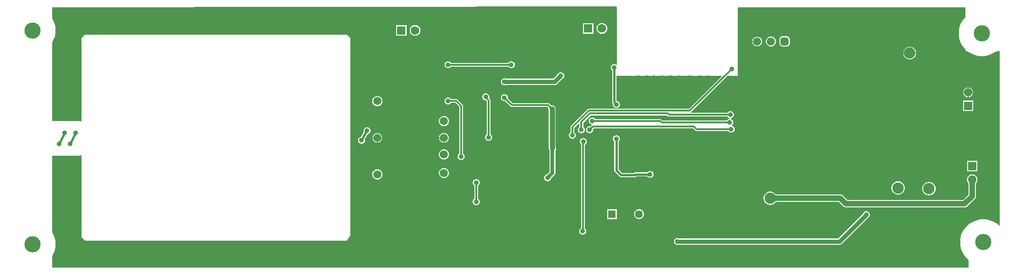
<source format=gbl>
G04*
G04 #@! TF.GenerationSoftware,Altium Limited,Altium Designer,23.3.1 (30)*
G04*
G04 Layer_Physical_Order=2*
G04 Layer_Color=16711680*
%FSLAX44Y44*%
%MOMM*%
G71*
G04*
G04 #@! TF.SameCoordinates,C1E6EB35-FD0D-487A-9AD2-E077E24BAF61*
G04*
G04*
G04 #@! TF.FilePolarity,Positive*
G04*
G01*
G75*
%ADD13C,0.4000*%
%ADD73C,1.6000*%
%ADD74R,1.6000X1.6000*%
%ADD76C,1.4500*%
%ADD79R,1.4500X1.4500*%
%ADD80C,1.5500*%
%ADD81R,1.5500X1.5500*%
%ADD85C,0.3000*%
%ADD87C,0.3560*%
%ADD90C,0.9000*%
%ADD91C,0.4064*%
%ADD93C,1.0000*%
%ADD94C,0.8000*%
%ADD95C,3.0000*%
%ADD96C,1.5000*%
%ADD97C,2.1000*%
G04:AMPARAMS|DCode=98|XSize=1.5mm|YSize=1.5mm|CornerRadius=0.375mm|HoleSize=0mm|Usage=FLASHONLY|Rotation=0.000|XOffset=0mm|YOffset=0mm|HoleType=Round|Shape=RoundedRectangle|*
%AMROUNDEDRECTD98*
21,1,1.5000,0.7500,0,0,0.0*
21,1,0.7500,1.5000,0,0,0.0*
1,1,0.7500,0.3750,-0.3750*
1,1,0.7500,-0.3750,-0.3750*
1,1,0.7500,-0.3750,0.3750*
1,1,0.7500,0.3750,0.3750*
%
%ADD98ROUNDEDRECTD98*%
%ADD99C,0.9070*%
%ADD100C,0.9065*%
%ADD101C,0.5000*%
%ADD102C,0.7000*%
G36*
X1135380Y495671D02*
Y389410D01*
X1134110Y388731D01*
X1132810Y389599D01*
X1130300Y390099D01*
X1127790Y389599D01*
X1125662Y388178D01*
X1124241Y386050D01*
X1123741Y383540D01*
X1124241Y381030D01*
X1125662Y378902D01*
X1126324Y378461D01*
Y319852D01*
X1126626Y318331D01*
X1127488Y317041D01*
X1127886Y316643D01*
X1127551Y314960D01*
X1128051Y312450D01*
X1129472Y310322D01*
X1131600Y308901D01*
X1134110Y308401D01*
X1136620Y308901D01*
X1138748Y310322D01*
X1140169Y312450D01*
X1140669Y314960D01*
X1140169Y317470D01*
X1138748Y319598D01*
X1136620Y321019D01*
X1134294Y321482D01*
X1134276Y321499D01*
Y367898D01*
X1135380Y368300D01*
Y368300D01*
X1328208D01*
X1328694Y367127D01*
X1268564Y306997D01*
X1083310D01*
X1081983Y306733D01*
X1080859Y305981D01*
X1050379Y275501D01*
X1049627Y274377D01*
X1049363Y273050D01*
Y263230D01*
X1048192Y262448D01*
X1046771Y260320D01*
X1046271Y257810D01*
X1046771Y255300D01*
X1048192Y253172D01*
X1050320Y251751D01*
X1052830Y251251D01*
X1055340Y251751D01*
X1057468Y253172D01*
X1058889Y255300D01*
X1059389Y257810D01*
X1058889Y260320D01*
X1057468Y262448D01*
X1056297Y263230D01*
Y271614D01*
X1064700Y280018D01*
X1065873Y279531D01*
Y273390D01*
X1064702Y272608D01*
X1063281Y270480D01*
X1062781Y267970D01*
X1063281Y265460D01*
X1064702Y263332D01*
X1066830Y261911D01*
X1069340Y261411D01*
X1071850Y261911D01*
X1073978Y263332D01*
X1075399Y265460D01*
X1075899Y267970D01*
X1075399Y270480D01*
X1073978Y272608D01*
X1072807Y273390D01*
Y281194D01*
X1086376Y294763D01*
X1227730D01*
X1229035Y293459D01*
X1230159Y292707D01*
X1231486Y292443D01*
X1339510D01*
X1340292Y291272D01*
X1342420Y289851D01*
X1343183Y289699D01*
Y288404D01*
X1341150Y287999D01*
X1339022Y286578D01*
X1338240Y285407D01*
X1219032D01*
X1217507Y286931D01*
X1216382Y287683D01*
X1215056Y287947D01*
X1095080D01*
X1094298Y289118D01*
X1092170Y290539D01*
X1089660Y291039D01*
X1087150Y290539D01*
X1085022Y289118D01*
X1083601Y286990D01*
X1083101Y284480D01*
X1083601Y281970D01*
X1085022Y279842D01*
X1087150Y278421D01*
X1088315Y278189D01*
X1088583Y276841D01*
X1088479Y276771D01*
X1085961Y274254D01*
X1084580Y274529D01*
X1082070Y274029D01*
X1079942Y272608D01*
X1078521Y270480D01*
X1078021Y267970D01*
X1078521Y265460D01*
X1079942Y263332D01*
X1082070Y261911D01*
X1084580Y261411D01*
X1087090Y261911D01*
X1089218Y263332D01*
X1090639Y265460D01*
X1091139Y267970D01*
X1090864Y269351D01*
X1092366Y270853D01*
X1276184D01*
X1280249Y266789D01*
X1281373Y266037D01*
X1282700Y265773D01*
X1340780D01*
X1341562Y264602D01*
X1343690Y263181D01*
X1346200Y262681D01*
X1348710Y263181D01*
X1350838Y264602D01*
X1352259Y266730D01*
X1352759Y269240D01*
X1352259Y271750D01*
X1350838Y273878D01*
X1348710Y275299D01*
X1347844Y275472D01*
X1347576Y276820D01*
X1348298Y277302D01*
X1349719Y279430D01*
X1350219Y281940D01*
X1349719Y284450D01*
X1348298Y286578D01*
X1346170Y287999D01*
X1345407Y288151D01*
Y289446D01*
X1347440Y289851D01*
X1349568Y291272D01*
X1350989Y293400D01*
X1351489Y295910D01*
X1350989Y298420D01*
X1349568Y300548D01*
X1347440Y301969D01*
X1344930Y302469D01*
X1342420Y301969D01*
X1340292Y300548D01*
X1339510Y299377D01*
X1272190D01*
X1271805Y300647D01*
X1272451Y301079D01*
X1339673Y368300D01*
X1358900D01*
Y495300D01*
X1779270D01*
Y476803D01*
X1775928Y472992D01*
X1772830Y468356D01*
X1770364Y463354D01*
X1768571Y458074D01*
X1767483Y452604D01*
X1767119Y447040D01*
X1767483Y441475D01*
X1768571Y436006D01*
X1770364Y430726D01*
X1772830Y425724D01*
X1775928Y421088D01*
X1779270Y417277D01*
Y415290D01*
X1780540Y414020D01*
X1782884D01*
X1783798Y413218D01*
X1788434Y410120D01*
X1793436Y407654D01*
X1798716Y405861D01*
X1804185Y404773D01*
X1809750Y404409D01*
X1815314Y404773D01*
X1820784Y405861D01*
X1826064Y407654D01*
X1831066Y410120D01*
X1835702Y413218D01*
X1836616Y414020D01*
X1842770D01*
Y91230D01*
X1841500Y90655D01*
X1838242Y93512D01*
X1833606Y96610D01*
X1828604Y99076D01*
X1823324Y100869D01*
X1817854Y101957D01*
X1812290Y102321D01*
X1806725Y101957D01*
X1801256Y100869D01*
X1795976Y99076D01*
X1790974Y96610D01*
X1786338Y93512D01*
X1782145Y89835D01*
X1778468Y85642D01*
X1775370Y81006D01*
X1772904Y76004D01*
X1771111Y70724D01*
X1770023Y65255D01*
X1769659Y59690D01*
X1770023Y54125D01*
X1771111Y48656D01*
X1772904Y43376D01*
X1775370Y38374D01*
X1778468Y33738D01*
X1782145Y29545D01*
X1785620Y26498D01*
Y12700D01*
X91440D01*
Y34430D01*
X91530Y34564D01*
X93996Y39566D01*
X95789Y44846D01*
X96877Y50315D01*
X97241Y55880D01*
X96877Y61445D01*
X95789Y66914D01*
X93996Y72194D01*
X91530Y77196D01*
X91440Y77330D01*
Y219792D01*
X91441Y219793D01*
X142241D01*
X142983Y219940D01*
X143611Y220360D01*
X144031Y220989D01*
X144114Y221406D01*
X145384Y221281D01*
Y69330D01*
X145384Y69330D01*
X145532Y68589D01*
X145951Y67960D01*
X145951Y67960D01*
X151031Y62880D01*
X151660Y62460D01*
X152401Y62313D01*
X152401Y62313D01*
X635001D01*
X635189Y62350D01*
X635381Y62351D01*
X635556Y62424D01*
X635743Y62460D01*
X635902Y62567D01*
X636079Y62641D01*
X636213Y62775D01*
X636371Y62880D01*
X636478Y63040D01*
X636613Y63176D01*
X641693Y70796D01*
X641766Y70971D01*
X641871Y71129D01*
X641908Y71317D01*
X641982Y71494D01*
X641981Y71684D01*
X642019Y71870D01*
Y437630D01*
X642019Y437630D01*
X641871Y438372D01*
X641451Y439000D01*
X641451Y439000D01*
X636371Y444080D01*
X635743Y444500D01*
X635001Y444647D01*
X635001Y444647D01*
X152401D01*
X152401Y444647D01*
X151660Y444500D01*
X151031Y444080D01*
X151031Y444080D01*
X145951Y439000D01*
X145532Y438372D01*
X145384Y437630D01*
X145384Y437630D01*
Y283139D01*
X144114Y283014D01*
X144031Y283432D01*
X143611Y284060D01*
X142983Y284480D01*
X142241Y284627D01*
X91441D01*
X91440Y284629D01*
Y430670D01*
X91530Y430804D01*
X93996Y435806D01*
X95789Y441086D01*
X96877Y446555D01*
X97241Y452120D01*
X96877Y457685D01*
X95789Y463154D01*
X93996Y468434D01*
X91530Y473436D01*
X91440Y473570D01*
Y495315D01*
X1134481Y496569D01*
X1135380Y495671D01*
D02*
G37*
%LPC*%
G36*
X1091940Y465830D02*
X1072140D01*
Y446030D01*
X1091940D01*
Y465830D01*
D02*
G37*
G36*
X1107440Y465915D02*
X1104856Y465575D01*
X1102447Y464578D01*
X1100379Y462991D01*
X1098792Y460923D01*
X1097795Y458514D01*
X1097455Y455930D01*
X1097795Y453346D01*
X1098792Y450937D01*
X1100379Y448869D01*
X1102447Y447282D01*
X1104856Y446285D01*
X1107440Y445945D01*
X1110024Y446285D01*
X1112433Y447282D01*
X1114501Y448869D01*
X1116088Y450937D01*
X1117085Y453346D01*
X1117425Y455930D01*
X1117085Y458514D01*
X1116088Y460923D01*
X1114501Y462991D01*
X1112433Y464578D01*
X1110024Y465575D01*
X1107440Y465915D01*
D02*
G37*
G36*
X746500Y462020D02*
X726700D01*
Y442220D01*
X746500D01*
Y462020D01*
D02*
G37*
G36*
X762000Y462105D02*
X759416Y461765D01*
X757007Y460768D01*
X754939Y459181D01*
X753352Y457113D01*
X752355Y454704D01*
X752015Y452120D01*
X752355Y449536D01*
X753352Y447127D01*
X754939Y445059D01*
X757007Y443472D01*
X759416Y442475D01*
X762000Y442135D01*
X764584Y442475D01*
X766993Y443472D01*
X769061Y445059D01*
X770648Y447127D01*
X771645Y449536D01*
X771985Y452120D01*
X771645Y454704D01*
X770648Y457113D01*
X769061Y459181D01*
X766993Y460768D01*
X764584Y461765D01*
X762000Y462105D01*
D02*
G37*
G36*
X1395095Y440562D02*
Y432435D01*
X1403222D01*
X1403004Y434089D01*
X1402121Y436223D01*
X1400715Y438055D01*
X1398883Y439461D01*
X1396749Y440344D01*
X1395095Y440562D01*
D02*
G37*
G36*
X1393825D02*
X1392171Y440344D01*
X1390037Y439461D01*
X1388205Y438055D01*
X1386799Y436223D01*
X1385916Y434089D01*
X1385698Y432435D01*
X1393825D01*
Y440562D01*
D02*
G37*
G36*
X1403222Y431165D02*
X1395095D01*
Y423038D01*
X1396749Y423256D01*
X1398883Y424139D01*
X1400715Y425545D01*
X1402121Y427377D01*
X1403004Y429511D01*
X1403222Y431165D01*
D02*
G37*
G36*
X1393825D02*
X1385698D01*
X1385916Y429511D01*
X1386799Y427377D01*
X1388205Y425545D01*
X1390037Y424139D01*
X1392171Y423256D01*
X1393825Y423038D01*
Y431165D01*
D02*
G37*
G36*
X1419860Y441281D02*
X1417406Y440958D01*
X1415119Y440011D01*
X1413156Y438504D01*
X1411649Y436541D01*
X1410702Y434254D01*
X1410379Y431800D01*
X1410702Y429346D01*
X1411649Y427059D01*
X1413156Y425096D01*
X1415119Y423589D01*
X1417406Y422642D01*
X1419860Y422319D01*
X1422314Y422642D01*
X1424601Y423589D01*
X1426564Y425096D01*
X1428071Y427059D01*
X1429018Y429346D01*
X1429341Y431800D01*
X1429018Y434254D01*
X1428071Y436541D01*
X1426564Y438504D01*
X1424601Y440011D01*
X1422314Y440958D01*
X1419860Y441281D01*
D02*
G37*
G36*
X1449010Y441311D02*
X1441510D01*
X1439306Y440872D01*
X1437437Y439623D01*
X1436188Y437755D01*
X1435749Y435550D01*
Y428050D01*
X1436188Y425845D01*
X1437437Y423977D01*
X1439306Y422728D01*
X1441510Y422289D01*
X1449010D01*
X1451214Y422728D01*
X1453083Y423977D01*
X1454332Y425845D01*
X1454771Y428050D01*
Y435550D01*
X1454332Y437755D01*
X1453083Y439623D01*
X1451214Y440872D01*
X1449010Y441311D01*
D02*
G37*
G36*
X1677035Y421998D02*
Y410845D01*
X1688188D01*
X1687867Y413283D01*
X1686681Y416146D01*
X1684794Y418605D01*
X1682336Y420491D01*
X1679473Y421677D01*
X1677035Y421998D01*
D02*
G37*
G36*
X1675765D02*
X1673327Y421677D01*
X1670464Y420491D01*
X1668006Y418605D01*
X1666119Y416146D01*
X1664933Y413283D01*
X1664612Y410845D01*
X1675765D01*
Y421998D01*
D02*
G37*
G36*
X1688188Y409575D02*
X1677035D01*
Y398422D01*
X1679473Y398743D01*
X1682336Y399929D01*
X1684794Y401815D01*
X1686681Y404274D01*
X1687867Y407137D01*
X1688188Y409575D01*
D02*
G37*
G36*
X1675765D02*
X1664612D01*
X1664933Y407137D01*
X1666119Y404274D01*
X1668006Y401815D01*
X1670464Y399929D01*
X1673327Y398743D01*
X1675765Y398422D01*
Y409575D01*
D02*
G37*
G36*
X939800Y395179D02*
X937290Y394679D01*
X935162Y393258D01*
X934380Y392087D01*
X828380D01*
X827598Y393258D01*
X825470Y394679D01*
X822960Y395179D01*
X820450Y394679D01*
X818322Y393258D01*
X816901Y391130D01*
X816401Y388620D01*
X816901Y386110D01*
X818322Y383982D01*
X820450Y382561D01*
X822960Y382061D01*
X825470Y382561D01*
X827598Y383982D01*
X828380Y385153D01*
X934380D01*
X935162Y383982D01*
X937290Y382561D01*
X939800Y382061D01*
X942310Y382561D01*
X944438Y383982D01*
X945859Y386110D01*
X946359Y388620D01*
X945859Y391130D01*
X944438Y393258D01*
X942310Y394679D01*
X939800Y395179D01*
D02*
G37*
G36*
X1031240Y374859D02*
X1028730Y374359D01*
X1026602Y372938D01*
X1025181Y370810D01*
X1025165Y370732D01*
X1017318Y362886D01*
X929680D01*
X929611Y362932D01*
X927100Y363431D01*
X924589Y362932D01*
X922461Y361509D01*
X921038Y359381D01*
X920539Y356870D01*
X921038Y354359D01*
X922461Y352231D01*
X924589Y350808D01*
X927100Y350309D01*
X929611Y350808D01*
X929680Y350854D01*
X1019810D01*
X1022112Y351312D01*
X1024064Y352616D01*
X1033672Y362225D01*
X1033750Y362241D01*
X1035878Y363662D01*
X1037299Y365790D01*
X1037799Y368300D01*
X1037299Y370810D01*
X1035878Y372938D01*
X1033750Y374359D01*
X1031240Y374859D01*
D02*
G37*
G36*
X1784985Y346434D02*
Y338055D01*
X1793364D01*
X1793138Y339775D01*
X1792229Y341969D01*
X1790783Y343853D01*
X1788899Y345299D01*
X1786705Y346208D01*
X1784985Y346434D01*
D02*
G37*
G36*
X1783715D02*
X1781995Y346208D01*
X1779801Y345299D01*
X1777917Y343853D01*
X1776471Y341969D01*
X1775562Y339775D01*
X1775336Y338055D01*
X1783715D01*
Y346434D01*
D02*
G37*
G36*
X1793364Y336785D02*
X1784985D01*
Y328406D01*
X1786705Y328632D01*
X1788899Y329541D01*
X1790783Y330987D01*
X1792229Y332871D01*
X1793138Y335065D01*
X1793364Y336785D01*
D02*
G37*
G36*
X1783715D02*
X1775336D01*
X1775562Y335065D01*
X1776471Y332871D01*
X1777917Y330987D01*
X1779801Y329541D01*
X1781995Y328632D01*
X1783715Y328406D01*
Y336785D01*
D02*
G37*
G36*
X692230Y330611D02*
X689776Y330288D01*
X687489Y329341D01*
X685526Y327834D01*
X684019Y325871D01*
X683072Y323584D01*
X682749Y321130D01*
X683072Y318676D01*
X684019Y316390D01*
X685526Y314426D01*
X687489Y312919D01*
X689776Y311972D01*
X692230Y311649D01*
X694684Y311972D01*
X696971Y312919D01*
X698934Y314426D01*
X700441Y316390D01*
X701388Y318676D01*
X701711Y321130D01*
X701388Y323584D01*
X700441Y325871D01*
X698934Y327834D01*
X696971Y329341D01*
X694684Y330288D01*
X692230Y330611D01*
D02*
G37*
G36*
X1794000Y322070D02*
X1774700D01*
Y302770D01*
X1794000D01*
Y322070D01*
D02*
G37*
G36*
X815340Y293781D02*
X812886Y293458D01*
X810599Y292511D01*
X808636Y291004D01*
X807129Y289041D01*
X806182Y286754D01*
X805859Y284300D01*
X806182Y281846D01*
X807129Y279559D01*
X808636Y277596D01*
X810599Y276089D01*
X812886Y275142D01*
X815340Y274819D01*
X817794Y275142D01*
X820081Y276089D01*
X822044Y277596D01*
X823551Y279559D01*
X824498Y281846D01*
X824821Y284300D01*
X824498Y286754D01*
X823551Y289041D01*
X822044Y291004D01*
X820081Y292511D01*
X817794Y293458D01*
X815340Y293781D01*
D02*
G37*
G36*
X815975Y262032D02*
Y253905D01*
X824102D01*
X823884Y255559D01*
X823001Y257693D01*
X821595Y259525D01*
X819763Y260931D01*
X817629Y261814D01*
X815975Y262032D01*
D02*
G37*
G36*
X814705D02*
X813051Y261814D01*
X810917Y260931D01*
X809085Y259525D01*
X807679Y257693D01*
X806796Y255559D01*
X806578Y253905D01*
X814705D01*
Y262032D01*
D02*
G37*
G36*
X692905D02*
Y253905D01*
X701032D01*
X700814Y255559D01*
X699931Y257693D01*
X698525Y259525D01*
X696693Y260931D01*
X694559Y261814D01*
X692905Y262032D01*
D02*
G37*
G36*
X691635D02*
X689981Y261814D01*
X687847Y260931D01*
X686015Y259525D01*
X684609Y257693D01*
X683726Y255559D01*
X683508Y253905D01*
X691635D01*
Y262032D01*
D02*
G37*
G36*
X892810Y335491D02*
X890299Y334992D01*
X888171Y333569D01*
X886748Y331441D01*
X886249Y328930D01*
X886748Y326419D01*
X888171Y324291D01*
X890299Y322868D01*
X892810Y322369D01*
X893065Y322420D01*
X894423Y321061D01*
Y259420D01*
X893252Y258638D01*
X891831Y256510D01*
X891331Y254000D01*
X891831Y251490D01*
X893252Y249362D01*
X895380Y247941D01*
X897890Y247441D01*
X900400Y247941D01*
X902528Y249362D01*
X903949Y251490D01*
X904449Y254000D01*
X903949Y256510D01*
X902528Y258638D01*
X901357Y259420D01*
Y322497D01*
X901093Y323824D01*
X900341Y324948D01*
X898871Y326418D01*
X898872Y326419D01*
X899371Y328930D01*
X898872Y331441D01*
X897449Y333569D01*
X895321Y334992D01*
X892810Y335491D01*
D02*
G37*
G36*
X824102Y252635D02*
X815975D01*
Y244508D01*
X817629Y244726D01*
X819763Y245609D01*
X821595Y247015D01*
X823001Y248847D01*
X823884Y250981D01*
X824102Y252635D01*
D02*
G37*
G36*
X814705D02*
X806578D01*
X806796Y250981D01*
X807679Y248847D01*
X809085Y247015D01*
X810917Y245609D01*
X813051Y244726D01*
X814705Y244508D01*
Y252635D01*
D02*
G37*
G36*
X701032D02*
X692905D01*
Y244508D01*
X694559Y244726D01*
X696693Y245609D01*
X698525Y247015D01*
X699931Y248847D01*
X700814Y250981D01*
X701032Y252635D01*
D02*
G37*
G36*
X691635D02*
X683508D01*
X683726Y250981D01*
X684609Y248847D01*
X686015Y247015D01*
X687847Y245609D01*
X689981Y244726D01*
X691635Y244508D01*
Y252635D01*
D02*
G37*
G36*
X673101Y272739D02*
X670591Y272240D01*
X668464Y270818D01*
X667042Y268690D01*
X666543Y266180D01*
X667042Y263670D01*
X667046Y263664D01*
X661960Y254764D01*
X660431Y254460D01*
X658304Y253038D01*
X656882Y250910D01*
X656383Y248400D01*
X656882Y245890D01*
X658304Y243763D01*
X660431Y242341D01*
X662941Y241842D01*
X665451Y242341D01*
X667579Y243763D01*
X669001Y245890D01*
X669500Y248400D01*
X669001Y250910D01*
X668997Y250916D01*
X674082Y259817D01*
X675611Y260121D01*
X677739Y261543D01*
X679161Y263670D01*
X679660Y266180D01*
X679161Y268690D01*
X677739Y270818D01*
X675611Y272240D01*
X673101Y272739D01*
D02*
G37*
G36*
X815340Y231721D02*
X812886Y231398D01*
X810599Y230451D01*
X808636Y228944D01*
X807129Y226980D01*
X806182Y224694D01*
X805859Y222240D01*
X806182Y219786D01*
X807129Y217499D01*
X808636Y215536D01*
X810599Y214029D01*
X812886Y213082D01*
X815340Y212759D01*
X817794Y213082D01*
X820081Y214029D01*
X822044Y215536D01*
X823551Y217499D01*
X824498Y219786D01*
X824821Y222240D01*
X824498Y224694D01*
X823551Y226980D01*
X822044Y228944D01*
X820081Y230451D01*
X817794Y231398D01*
X815340Y231721D01*
D02*
G37*
G36*
X822960Y327869D02*
X820450Y327369D01*
X818322Y325948D01*
X816901Y323820D01*
X816401Y321310D01*
X816901Y318800D01*
X818322Y316672D01*
X820450Y315251D01*
X822960Y314751D01*
X825470Y315251D01*
X827598Y316672D01*
X828380Y317843D01*
X836764D01*
X843623Y310984D01*
Y223860D01*
X842452Y223078D01*
X841031Y220950D01*
X840531Y218440D01*
X841031Y215930D01*
X842452Y213802D01*
X844580Y212381D01*
X847090Y211881D01*
X849600Y212381D01*
X851728Y213802D01*
X853149Y215930D01*
X853649Y218440D01*
X853149Y220950D01*
X851728Y223078D01*
X850557Y223860D01*
Y312420D01*
X850293Y313747D01*
X849541Y314871D01*
X840651Y323761D01*
X839527Y324513D01*
X838200Y324777D01*
X828380D01*
X827598Y325948D01*
X825470Y327369D01*
X822960Y327869D01*
D02*
G37*
G36*
X1801620Y210310D02*
X1782320D01*
Y191010D01*
X1801620D01*
Y210310D01*
D02*
G37*
G36*
X1134110Y258019D02*
X1131600Y257519D01*
X1129472Y256098D01*
X1128051Y253970D01*
X1127551Y251460D01*
X1128051Y248950D01*
X1129472Y246822D01*
X1130134Y246381D01*
Y193040D01*
X1130436Y191518D01*
X1131298Y190228D01*
X1140188Y181338D01*
X1141478Y180476D01*
X1143000Y180174D01*
X1168494D01*
X1170015Y180476D01*
X1171305Y181338D01*
X1171411Y181444D01*
X1191261D01*
X1191702Y180782D01*
X1193830Y179361D01*
X1196340Y178861D01*
X1198850Y179361D01*
X1200978Y180782D01*
X1202399Y182910D01*
X1202899Y185420D01*
X1202399Y187930D01*
X1200978Y190058D01*
X1198850Y191479D01*
X1196340Y191979D01*
X1193830Y191479D01*
X1191702Y190058D01*
X1191261Y189396D01*
X1169764D01*
X1168242Y189094D01*
X1166952Y188232D01*
X1166847Y188126D01*
X1144647D01*
X1138086Y194687D01*
Y246381D01*
X1138748Y246822D01*
X1140169Y248950D01*
X1140669Y251460D01*
X1140169Y253970D01*
X1138748Y256098D01*
X1136620Y257519D01*
X1134110Y258019D01*
D02*
G37*
G36*
X815340Y197441D02*
X812886Y197118D01*
X810599Y196171D01*
X808636Y194664D01*
X807129Y192701D01*
X806182Y190414D01*
X805859Y187960D01*
X806182Y185506D01*
X807129Y183219D01*
X808636Y181256D01*
X810599Y179749D01*
X812886Y178802D01*
X815340Y178479D01*
X817794Y178802D01*
X820081Y179749D01*
X822044Y181256D01*
X823551Y183219D01*
X824498Y185506D01*
X824821Y187960D01*
X824498Y190414D01*
X823551Y192701D01*
X822044Y194664D01*
X820081Y196171D01*
X817794Y197118D01*
X815340Y197441D01*
D02*
G37*
G36*
X692230Y194891D02*
X689776Y194568D01*
X687489Y193621D01*
X685526Y192114D01*
X684019Y190151D01*
X683072Y187864D01*
X682749Y185410D01*
X683072Y182956D01*
X684019Y180669D01*
X685526Y178706D01*
X687489Y177199D01*
X689776Y176252D01*
X692230Y175929D01*
X694684Y176252D01*
X696971Y177199D01*
X698934Y178706D01*
X700441Y180669D01*
X701388Y182956D01*
X701711Y185410D01*
X701388Y187864D01*
X700441Y190151D01*
X698934Y192114D01*
X696971Y193621D01*
X694684Y194568D01*
X692230Y194891D01*
D02*
G37*
G36*
X927100Y334221D02*
X924589Y333722D01*
X922461Y332299D01*
X921038Y330171D01*
X920539Y327660D01*
X921038Y325149D01*
X922461Y323021D01*
X924589Y321598D01*
X927100Y321099D01*
X928483Y321374D01*
X938619Y311239D01*
X939743Y310487D01*
X941070Y310223D01*
X1006944D01*
X1008446Y308721D01*
X1008171Y307340D01*
X1008671Y304830D01*
X1008840Y304577D01*
Y234315D01*
X1009336Y231818D01*
X1010494Y230085D01*
Y190241D01*
X1005577Y185324D01*
X1004600Y185129D01*
X1002472Y183708D01*
X1001051Y181580D01*
X1000551Y179070D01*
X1001051Y176560D01*
X1002472Y174432D01*
X1004600Y173011D01*
X1007110Y172511D01*
X1009620Y173011D01*
X1011748Y174432D01*
X1013169Y176560D01*
X1013364Y177537D01*
X1019893Y184067D01*
X1019893Y184067D01*
X1021087Y185853D01*
X1021506Y187960D01*
X1021506Y187960D01*
Y230341D01*
X1022059Y231170D01*
X1022559Y233680D01*
X1022059Y236190D01*
X1021890Y236443D01*
Y306705D01*
X1021394Y309202D01*
X1019979Y311319D01*
X1019669Y311526D01*
X1019368Y311978D01*
X1017240Y313399D01*
X1014730Y313899D01*
X1013349Y313624D01*
X1010831Y316141D01*
X1009707Y316893D01*
X1008380Y317157D01*
X942506D01*
X933386Y326277D01*
X933661Y327660D01*
X933162Y330171D01*
X931739Y332299D01*
X929611Y333722D01*
X927100Y334221D01*
D02*
G37*
G36*
X1654810Y172527D02*
X1651573Y172101D01*
X1648557Y170851D01*
X1645966Y168864D01*
X1643979Y166273D01*
X1642729Y163257D01*
X1642303Y160020D01*
X1642729Y156783D01*
X1643979Y153766D01*
X1645966Y151176D01*
X1648557Y149189D01*
X1651573Y147939D01*
X1654810Y147513D01*
X1658047Y147939D01*
X1661064Y149189D01*
X1663654Y151176D01*
X1665641Y153766D01*
X1666891Y156783D01*
X1667317Y160020D01*
X1666891Y163257D01*
X1665641Y166273D01*
X1663654Y168864D01*
X1661064Y170851D01*
X1658047Y172101D01*
X1654810Y172527D01*
D02*
G37*
G36*
X1711960Y171257D02*
X1708723Y170831D01*
X1705706Y169581D01*
X1703116Y167594D01*
X1701129Y165004D01*
X1699879Y161987D01*
X1699453Y158750D01*
X1699879Y155513D01*
X1701129Y152497D01*
X1703116Y149906D01*
X1705706Y147919D01*
X1708723Y146669D01*
X1711960Y146243D01*
X1715197Y146669D01*
X1718214Y147919D01*
X1720804Y149906D01*
X1722791Y152497D01*
X1724041Y155513D01*
X1724467Y158750D01*
X1724041Y161987D01*
X1722791Y165004D01*
X1720804Y167594D01*
X1718214Y169581D01*
X1715197Y170831D01*
X1711960Y171257D01*
D02*
G37*
G36*
X1791970Y185393D02*
X1789451Y185062D01*
X1787103Y184089D01*
X1785087Y182542D01*
X1783541Y180527D01*
X1782568Y178179D01*
X1782237Y175660D01*
X1782568Y173141D01*
X1783541Y170793D01*
X1785011Y168878D01*
Y147663D01*
X1775117Y137769D01*
X1561173D01*
X1553051Y145891D01*
X1551610Y146997D01*
X1549931Y147692D01*
X1548130Y147929D01*
X1428880D01*
X1427434Y149814D01*
X1424843Y151801D01*
X1421827Y153051D01*
X1418590Y153477D01*
X1415353Y153051D01*
X1412336Y151801D01*
X1409746Y149814D01*
X1407759Y147224D01*
X1406509Y144207D01*
X1406083Y140970D01*
X1406509Y137733D01*
X1407759Y134717D01*
X1409746Y132126D01*
X1412336Y130139D01*
X1415353Y128889D01*
X1418590Y128463D01*
X1421827Y128889D01*
X1424843Y130139D01*
X1427434Y132126D01*
X1428880Y134010D01*
X1545247D01*
X1553369Y125889D01*
X1554810Y124783D01*
X1556489Y124088D01*
X1558290Y123850D01*
X1778000D01*
X1779801Y124088D01*
X1781480Y124783D01*
X1782921Y125889D01*
X1796891Y139859D01*
X1797997Y141300D01*
X1798692Y142979D01*
X1798929Y144780D01*
Y168878D01*
X1800399Y170793D01*
X1801372Y173141D01*
X1801703Y175660D01*
X1801372Y178179D01*
X1800399Y180527D01*
X1798853Y182542D01*
X1796837Y184089D01*
X1794489Y185062D01*
X1791970Y185393D01*
D02*
G37*
G36*
X875030Y176739D02*
X872520Y176239D01*
X870392Y174818D01*
X868971Y172690D01*
X868471Y170180D01*
X868971Y167670D01*
X870392Y165542D01*
X871563Y164760D01*
Y140040D01*
X870392Y139258D01*
X868971Y137130D01*
X868471Y134620D01*
X868971Y132110D01*
X870392Y129982D01*
X872520Y128561D01*
X875030Y128061D01*
X877540Y128561D01*
X879668Y129982D01*
X881089Y132110D01*
X881589Y134620D01*
X881089Y137130D01*
X879668Y139258D01*
X878497Y140040D01*
Y164760D01*
X879668Y165542D01*
X881089Y167670D01*
X881589Y170180D01*
X881089Y172690D01*
X879668Y174818D01*
X877540Y176239D01*
X875030Y176739D01*
D02*
G37*
G36*
X1135170Y120910D02*
X1116870D01*
Y102610D01*
X1135170D01*
Y120910D01*
D02*
G37*
G36*
X1176020Y120989D02*
X1173631Y120674D01*
X1171405Y119753D01*
X1169494Y118286D01*
X1168027Y116375D01*
X1167105Y114149D01*
X1166791Y111760D01*
X1167105Y109371D01*
X1168027Y107146D01*
X1169494Y105234D01*
X1171405Y103767D01*
X1173631Y102845D01*
X1176020Y102531D01*
X1178409Y102845D01*
X1180635Y103767D01*
X1182546Y105234D01*
X1184013Y107146D01*
X1184934Y109371D01*
X1185249Y111760D01*
X1184934Y114149D01*
X1184013Y116375D01*
X1182546Y118286D01*
X1180635Y119753D01*
X1178409Y120674D01*
X1176020Y120989D01*
D02*
G37*
G36*
X1073150Y252939D02*
X1070640Y252439D01*
X1068512Y251018D01*
X1067091Y248890D01*
X1066591Y246380D01*
X1067091Y243870D01*
X1068512Y241742D01*
X1069048Y241384D01*
Y85855D01*
X1067242Y84648D01*
X1065821Y82520D01*
X1065321Y80010D01*
X1065821Y77500D01*
X1067242Y75372D01*
X1069370Y73951D01*
X1071880Y73451D01*
X1074390Y73951D01*
X1076518Y75372D01*
X1077939Y77500D01*
X1078439Y80010D01*
X1077939Y82520D01*
X1076518Y84648D01*
X1075982Y85006D01*
Y240536D01*
X1077788Y241742D01*
X1079209Y243870D01*
X1079709Y246380D01*
X1079209Y248890D01*
X1077788Y251018D01*
X1075660Y252439D01*
X1073150Y252939D01*
D02*
G37*
G36*
X1596390Y117049D02*
X1593880Y116549D01*
X1591752Y115128D01*
X1590331Y113000D01*
X1590315Y112922D01*
X1544368Y66976D01*
X1249715D01*
X1249650Y67019D01*
X1247140Y67519D01*
X1244630Y67019D01*
X1242502Y65598D01*
X1241081Y63470D01*
X1240581Y60960D01*
X1241081Y58450D01*
X1242502Y56322D01*
X1244630Y54901D01*
X1247140Y54401D01*
X1249650Y54901D01*
X1249715Y54944D01*
X1546860D01*
X1549162Y55402D01*
X1551114Y56706D01*
X1598822Y104415D01*
X1598900Y104431D01*
X1601028Y105852D01*
X1602449Y107980D01*
X1602949Y110490D01*
X1602449Y113000D01*
X1601028Y115128D01*
X1598900Y116549D01*
X1596390Y117049D01*
D02*
G37*
%LPD*%
D13*
X1130300Y319852D02*
X1134110Y316042D01*
X1130300Y319852D02*
Y383540D01*
X1134110Y314960D02*
Y316042D01*
Y193040D02*
X1143000Y184150D01*
X1134110Y193040D02*
Y251460D01*
X1168494Y184150D02*
X1169764Y185420D01*
X1143000Y184150D02*
X1168494D01*
X1169764Y185420D02*
X1196340D01*
D73*
X1107440Y455930D02*
D03*
X762000Y452120D02*
D03*
D74*
X1082040Y455930D02*
D03*
X736600Y452120D02*
D03*
D76*
X1176020Y111760D02*
D03*
D79*
X1126020D02*
D03*
D80*
X1791970Y175660D02*
D03*
X1784350Y337420D02*
D03*
D81*
X1791970Y200660D02*
D03*
X1784350Y312420D02*
D03*
D85*
X847090Y218440D02*
Y312420D01*
X875030Y134620D02*
Y170180D01*
X822960Y388620D02*
X939800D01*
X1270000Y303530D02*
X1347470Y381000D01*
X1083310Y303530D02*
X1270000D01*
X1052830Y273050D02*
X1083310Y303530D01*
X1052830Y257810D02*
Y273050D01*
X1231486Y295910D02*
X1344930D01*
X1229166Y298230D02*
X1231486Y295910D01*
X1084940Y298230D02*
X1229166D01*
X1069340Y282630D02*
X1084940Y298230D01*
X1069340Y267970D02*
Y282630D01*
X1217596Y281940D02*
X1343660D01*
X1215056Y284480D02*
X1217596Y281940D01*
X1089660Y284480D02*
X1215056D01*
X1277620Y274320D02*
X1282700Y269240D01*
X1346200D01*
X1084580Y267970D02*
X1090930Y274320D01*
X1277620D01*
X1072515Y80645D02*
Y245745D01*
X1073150Y246380D01*
X1071880Y80010D02*
X1072515Y80645D01*
X1014730Y307340D02*
X1015365Y306705D01*
Y234315D02*
X1016000Y233680D01*
X1008380Y313690D02*
X1014730Y307340D01*
X941070Y313690D02*
X1008380D01*
X927100Y327660D02*
X941070Y313690D01*
X897890Y254000D02*
Y322497D01*
X892810Y327577D02*
Y328930D01*
Y327577D02*
X897890Y322497D01*
X822960Y321310D02*
X838200D01*
X847090Y312420D01*
D87*
X652780Y241300D02*
Y247650D01*
D90*
X1015365Y234315D02*
Y306705D01*
D91*
X104141Y242050D02*
X114301Y262370D01*
X662941Y248400D02*
X673101Y266180D01*
X124461Y242050D02*
X134621Y262370D01*
D93*
X1548130Y140970D02*
X1558290Y130810D01*
X1418590Y140970D02*
X1548130D01*
X1558290Y130810D02*
X1778000D01*
X1791970Y144780D02*
Y175660D01*
X1778000Y130810D02*
X1791970Y144780D01*
D94*
X927100Y356870D02*
X1019810D01*
X1031240Y368300D01*
X1546860Y60960D02*
X1596390Y110490D01*
X1247140Y60960D02*
X1546860D01*
D95*
X1812290Y59690D02*
D03*
X1809750Y447040D02*
D03*
X54610Y452120D02*
D03*
Y55880D02*
D03*
D96*
X692230Y185410D02*
D03*
Y321130D02*
D03*
X815340Y222240D02*
D03*
Y187960D02*
D03*
Y284300D02*
D03*
X692270Y253270D02*
D03*
X815340D02*
D03*
X1394460Y431800D02*
D03*
X1419860D02*
D03*
D97*
X1676400Y410210D02*
D03*
X1711960Y158750D02*
D03*
X1654810Y160020D02*
D03*
X1418590Y140970D02*
D03*
D98*
X1445260Y431800D02*
D03*
D99*
X1220470Y35560D02*
D03*
X1485900Y427990D02*
D03*
X1365250Y176530D02*
D03*
X1817370Y255270D02*
D03*
X1148080Y52070D02*
D03*
X1475740Y34290D02*
D03*
X1455420Y181610D02*
D03*
X1617980Y416560D02*
D03*
X1736090Y396240D02*
D03*
X1242060Y140970D02*
D03*
X1720850Y83820D02*
D03*
X1460500Y363220D02*
D03*
X1270000Y364490D02*
D03*
X1289050D02*
D03*
X1303020D02*
D03*
X1189990D02*
D03*
X1120140Y416560D02*
D03*
X652780Y241300D02*
D03*
X718820Y252730D02*
D03*
X706120D02*
D03*
X1130300Y445770D02*
D03*
X843280Y172720D02*
D03*
X1363980Y391160D02*
D03*
X1130300Y476250D02*
D03*
X1120140Y405130D02*
D03*
Y429260D02*
D03*
X1054100Y231140D02*
D03*
X1055181Y28920D02*
D03*
X1054714Y92232D02*
D03*
X1055673Y170580D02*
D03*
X1055169Y211470D02*
D03*
X1053195Y300226D02*
D03*
X1049065Y386045D02*
D03*
X1049983Y440657D02*
D03*
X1048606Y464062D02*
D03*
X1049020Y478790D02*
D03*
X1362710Y458470D02*
D03*
Y443230D02*
D03*
Y427990D02*
D03*
Y414020D02*
D03*
Y401320D02*
D03*
X1250950Y364490D02*
D03*
X1234440D02*
D03*
X1219200D02*
D03*
X1203960D02*
D03*
X1174750D02*
D03*
X1130300Y461010D02*
D03*
X1050290Y357865D02*
D03*
X1033780Y297180D02*
D03*
X1051560Y316230D02*
D03*
X1052830Y284480D02*
D03*
X1054100Y153670D02*
D03*
X1000760Y142240D02*
D03*
X1049020Y410210D02*
D03*
X725170Y118110D02*
D03*
X1000760Y297180D02*
D03*
X732790Y252730D02*
D03*
X750570Y251460D02*
D03*
X778510Y179070D02*
D03*
X706120Y68580D02*
D03*
X1014730Y384810D02*
D03*
X1038860Y95250D02*
D03*
X1003300Y190500D02*
D03*
X1022350Y120650D02*
D03*
X971550Y95250D02*
D03*
X989330Y466090D02*
D03*
X1024890Y426720D02*
D03*
X1054100Y116840D02*
D03*
X1005840Y213360D02*
D03*
X732790Y181610D02*
D03*
X1054100Y189230D02*
D03*
X715010Y168910D02*
D03*
X1029970Y176530D02*
D03*
X762000Y165100D02*
D03*
X750570Y179070D02*
D03*
X767080Y251460D02*
D03*
X723900Y142240D02*
D03*
X990600Y327660D02*
D03*
X787400Y104140D02*
D03*
X706120Y111760D02*
D03*
X858520Y331390D02*
D03*
X957580Y419100D02*
D03*
X878840Y403860D02*
D03*
X769620Y327620D02*
D03*
X985520Y421640D02*
D03*
X802640Y337820D02*
D03*
X855980Y403860D02*
D03*
X817880Y342900D02*
D03*
X851020Y358060D02*
D03*
X825500Y403860D02*
D03*
X711200Y373380D02*
D03*
X703580Y419100D02*
D03*
X906780Y429260D02*
D03*
X732790Y325120D02*
D03*
X715010Y326350D02*
D03*
X753110Y356870D02*
D03*
X715010Y341630D02*
D03*
X749300Y322580D02*
D03*
X727710Y356870D02*
D03*
X759460Y379730D02*
D03*
X788670Y473710D02*
D03*
X703580Y474980D02*
D03*
X892810Y328930D02*
D03*
X928370Y201930D02*
D03*
X927100Y356870D02*
D03*
Y327660D02*
D03*
X902970Y231140D02*
D03*
D100*
X957900Y246200D02*
D03*
X969010Y246380D02*
D03*
X946150D02*
D03*
X957580Y234950D02*
D03*
Y257810D02*
D03*
X1071880Y80010D02*
D03*
X847090Y218440D02*
D03*
X875030Y170180D02*
D03*
X939800Y388620D02*
D03*
X822960D02*
D03*
X673101Y266180D02*
D03*
X662941Y248400D02*
D03*
X134621Y262370D02*
D03*
X114301D02*
D03*
X124461Y242050D02*
D03*
X104141D02*
D03*
X1347470Y381000D02*
D03*
X1052830Y257810D02*
D03*
X1344930Y295910D02*
D03*
X1069340Y267970D02*
D03*
X1343660Y281940D02*
D03*
X1089660Y284480D02*
D03*
X1346200Y269240D02*
D03*
X1084580Y267970D02*
D03*
X1130300Y383540D02*
D03*
X1134110Y314960D02*
D03*
Y251460D02*
D03*
X1196340Y185420D02*
D03*
X1073150Y246380D02*
D03*
X881380Y426720D02*
D03*
X828040Y468630D02*
D03*
X861060Y455930D02*
D03*
X1031240Y368300D02*
D03*
X1247140Y60960D02*
D03*
X1596390Y110490D02*
D03*
X1007110Y179070D02*
D03*
X1014730Y307340D02*
D03*
X1016000Y233680D02*
D03*
X822960Y321310D02*
D03*
X875030Y134620D02*
D03*
X897890Y254000D02*
D03*
D101*
X941400Y262700D02*
D03*
X952400D02*
D03*
X963400D02*
D03*
X974400D02*
D03*
X941400Y251700D02*
D03*
X952400D02*
D03*
X963400D02*
D03*
X974400D02*
D03*
X941400Y240700D02*
D03*
X952400D02*
D03*
X963400D02*
D03*
X974400D02*
D03*
X941400Y229700D02*
D03*
X952400D02*
D03*
X963400D02*
D03*
X974400D02*
D03*
D102*
X1007110Y179070D02*
X1016000Y187960D01*
Y233680D01*
M02*

</source>
